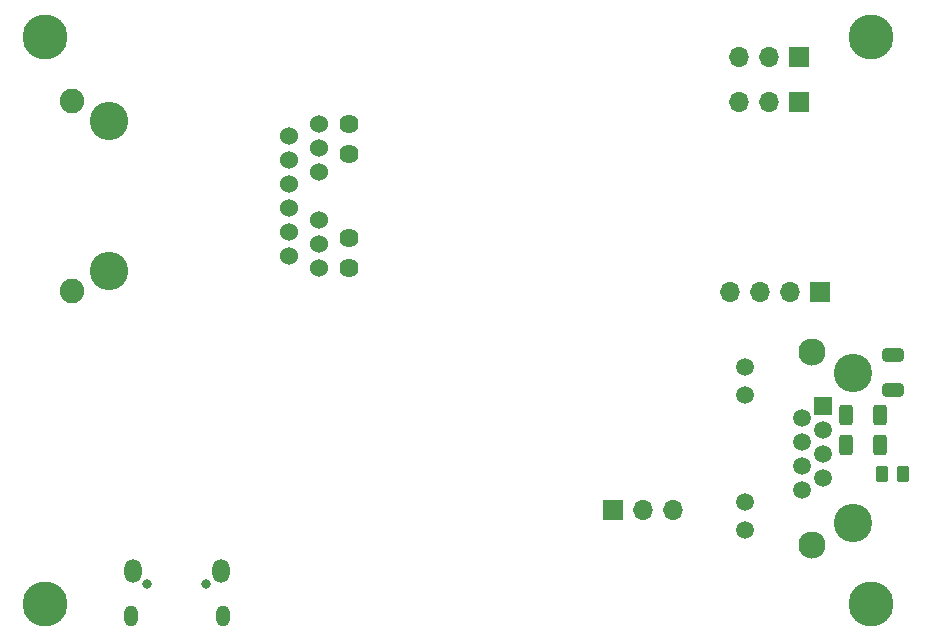
<source format=gbs>
%TF.GenerationSoftware,KiCad,Pcbnew,7.0.1*%
%TF.CreationDate,2023-03-30T19:37:27+02:00*%
%TF.ProjectId,home-media-converter,686f6d65-2d6d-4656-9469-612d636f6e76,rev?*%
%TF.SameCoordinates,Original*%
%TF.FileFunction,Soldermask,Bot*%
%TF.FilePolarity,Negative*%
%FSLAX46Y46*%
G04 Gerber Fmt 4.6, Leading zero omitted, Abs format (unit mm)*
G04 Created by KiCad (PCBNEW 7.0.1) date 2023-03-30 19:37:27*
%MOMM*%
%LPD*%
G01*
G04 APERTURE LIST*
G04 Aperture macros list*
%AMRoundRect*
0 Rectangle with rounded corners*
0 $1 Rounding radius*
0 $2 $3 $4 $5 $6 $7 $8 $9 X,Y pos of 4 corners*
0 Add a 4 corners polygon primitive as box body*
4,1,4,$2,$3,$4,$5,$6,$7,$8,$9,$2,$3,0*
0 Add four circle primitives for the rounded corners*
1,1,$1+$1,$2,$3*
1,1,$1+$1,$4,$5*
1,1,$1+$1,$6,$7*
1,1,$1+$1,$8,$9*
0 Add four rect primitives between the rounded corners*
20,1,$1+$1,$2,$3,$4,$5,0*
20,1,$1+$1,$4,$5,$6,$7,0*
20,1,$1+$1,$6,$7,$8,$9,0*
20,1,$1+$1,$8,$9,$2,$3,0*%
G04 Aperture macros list end*
%ADD10RoundRect,0.250000X-0.262500X-0.450000X0.262500X-0.450000X0.262500X0.450000X-0.262500X0.450000X0*%
%ADD11RoundRect,0.250000X0.650000X-0.325000X0.650000X0.325000X-0.650000X0.325000X-0.650000X-0.325000X0*%
%ADD12C,3.800000*%
%ADD13C,2.600000*%
%ADD14RoundRect,0.250000X-0.312500X-0.625000X0.312500X-0.625000X0.312500X0.625000X-0.312500X0.625000X0*%
%ADD15C,2.082800*%
%ADD16C,1.624000*%
%ADD17C,1.524000*%
%ADD18C,3.251200*%
%ADD19R,1.700000X1.700000*%
%ADD20O,1.700000X1.700000*%
%ADD21O,0.800000X0.800000*%
%ADD22O,1.450000X2.000000*%
%ADD23O,1.150000X1.800000*%
%ADD24C,3.250000*%
%ADD25R,1.500000X1.500000*%
%ADD26C,1.500000*%
%ADD27C,2.300000*%
G04 APERTURE END LIST*
D10*
X109887500Y-144000000D03*
X111712500Y-144000000D03*
D11*
X110800000Y-136875000D03*
X110800000Y-133925000D03*
D12*
X109000000Y-155000000D03*
D13*
X109000000Y-155000000D03*
D12*
X109000000Y-107000000D03*
D13*
X109000000Y-107000000D03*
D12*
X39000000Y-107000000D03*
D13*
X39000000Y-107000000D03*
D12*
X39000000Y-155000000D03*
D13*
X39000000Y-155000000D03*
D14*
X106837500Y-139000000D03*
X109762500Y-139000000D03*
D15*
X41305000Y-112379500D03*
X41305000Y-128508500D03*
D16*
X64800000Y-114348000D03*
X64800000Y-116888000D03*
X64800000Y-124000000D03*
X64800000Y-126540000D03*
D17*
X62260000Y-114348000D03*
X62260000Y-116380000D03*
X62260000Y-118412000D03*
X62260000Y-122476000D03*
X62260000Y-124508000D03*
X62260000Y-126540000D03*
X59720000Y-115364000D03*
X59720000Y-117396000D03*
X59720000Y-119428000D03*
X59720000Y-121460000D03*
X59720000Y-123492000D03*
X59720000Y-125524000D03*
D18*
X44480000Y-114094000D03*
X44480000Y-126794000D03*
D19*
X104620000Y-128600000D03*
D20*
X102080000Y-128600000D03*
X99540000Y-128600000D03*
X97000000Y-128600000D03*
D19*
X102880000Y-108700000D03*
D20*
X100340000Y-108700000D03*
X97800000Y-108700000D03*
D21*
X47695000Y-153245000D03*
X52695000Y-153245000D03*
D22*
X46470000Y-152195000D03*
X53920000Y-152195000D03*
D23*
X46320000Y-155995000D03*
X54070000Y-155995000D03*
D14*
X106837500Y-141500000D03*
X109762500Y-141500000D03*
D19*
X102880000Y-112500000D03*
D20*
X100340000Y-112500000D03*
X97800000Y-112500000D03*
D19*
X87120000Y-147000000D03*
D20*
X89660000Y-147000000D03*
X92200000Y-147000000D03*
D24*
X107415002Y-148162001D03*
X107415002Y-135462001D03*
D25*
X104875002Y-138252001D03*
D26*
X103095002Y-139268001D03*
X104875002Y-140284001D03*
X103095002Y-141300001D03*
X104875002Y-142316001D03*
X103095002Y-143332001D03*
X104875002Y-144348001D03*
X103095002Y-145364001D03*
X98275002Y-134952001D03*
X98275002Y-137242001D03*
X98275002Y-146382001D03*
X98275002Y-148672001D03*
D27*
X103985002Y-133682001D03*
X103985002Y-149942001D03*
M02*

</source>
